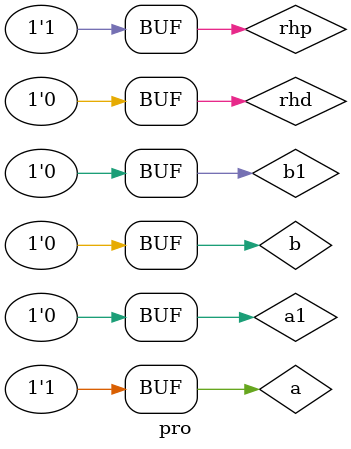
<source format=v>
`timescale 1ns/1ns

module candonate(input a ,b ,rh , output ap, bp, op,abp ,p1 ,p2 );

    assign ap=!b;
    assign bp=!a;
    assign op=!(a+b);
    assign abp=1;
    assign p1=1;
    assign p2=!rh;

endmodule

module bdec(input a,b,output ap,bp,op,abp);

assign op=(!a)&(!b);
assign bp=(!a)&(b);
assign ap=(a)&(!b);
assign abp=a&b;

endmodule

module bmatch(input ad,bd,od,abd,rhd,ap,bp,op,abp,rhp,output x);
wire t=(!(rhd|rhp))|rhp;
assign x=t&((ad&ap)+(bd&bp)+(od&op)+(abd&abp));

endmodule



module pro;

reg a,b,rhd,a1,b1,rhp;
wire ap, bp, op,abp,p1,p2,ad,bd,od,abd,x;

candonate t1(a,b,rhd,ad,bd,od,abd,p1,p2);
bdec t2(a1,b1,ap,bp,op,abp);
bmatch t3(ad,bd,od,abd,rhd,ap,bp,op,abp,rhp,x);

initial
begin
a=1;b=0;rhd=0;a1=0;b1=0;rhp=1;
end

initial
begin

$monitor("donor:a=%d,b=%d,rhd=%d,  patient:a1=%d,b1=%d,rhp=%d ,compatible:x=%d",a,b,rhd,a1,b1,rhp,x);

end

endmodule
</source>
